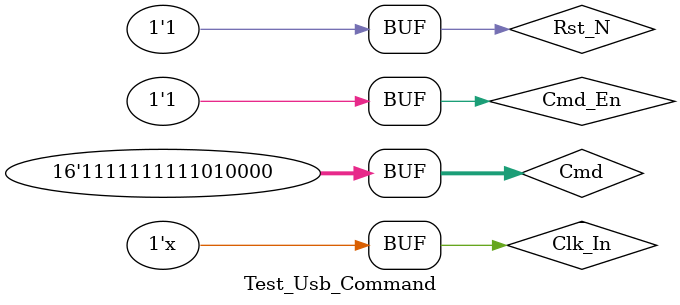
<source format=v>
`timescale 1ns / 1ps


module Test_Usb_Command();
	reg Clk_In;
	reg Rst_N;
	reg [16:1] Cmd;
	reg Cmd_En;


	initial
	begin
		Clk_In = 1'b0;
		Rst_N = 1'b0;
		Cmd_En = 1'b0;
		Cmd = 16'h0;
		#200
		Rst_N = 1'b1;
		Cmd_En = 1'b1;
		Cmd = 16'h55aa;
		#100
		Cmd = 16'hffc0;

		#100
		Cmd = 16'hffd0;
	end		

	always @ (*)
	begin
		#12.5
		Clk_In <= ~Clk_In;
	end		

	//Command(from USB Chip) interpreter
				usb_command_interpreter usb_command_interpreter_Inst(

					.clk(Clk_In),
					.reset_n(Rst_N),
					.in_from_usb_Ctr_rd_en(Cmd_En),
					.in_from_usb_ControlWord(Cmd),
					.Cnt_Trig(),
					.out_to_usb_Acq_Start_Stop(),
					.out_to_control_usb_data(),
					.LED(),
					.Out_DAC_Adj_Chn64(),
					.Out_Sel_Work_Mode(),
					.Out_Sel_High_Low_Leakage(),
					.Out_Valid_TA_for_Self_Mod(),
					.Out_Val_Evt(),//default 1 en discriminator
					.Out_Trig_Start_Stop(),
					.Out_Sel_OnlyExTrig(),
					.Out_Hold(),
					.Out_Control_Trig_Mode(),
					.Out_Delay_Trig_Temp(),
					.Out_Set_Trig_Inside_Time(),
					.Out_Set_Constant_Interval_Time(),
					.Out_Set_Ini_DAC_for_Auto_Scan(),
					.Out_Set_Hv_1(),//highest 4bit
					.Out_Set_Hv_2(),
					.Out_Set_Hv_3(),
					.Out_Set_Hv_4(),//lowest bit
					.Out_Sel_ADC_Test(),
					.Out_ADG_Switch(),
					.Out_Reset_ASIC_b(),
					.Out_Start_Acq(),
					.Out_Start_Conver_b(),
					.Out_Force_Trig(),
					.Out_Start_Readout1(),
					.Out_Start_Cfg_Hv(),
					.Out_Start_Stop_Hv(),
					.Out_Flag_Start_Stop_Hv(),
					.Out_Start_Readout2(),
					.Out_Start_Stop_ADG(),
					.Out_AnaProb_SS1_SS10_PA(),
					.Out_AnaProb_Thre_Fsb(),
					.Select_Main_Backup(),
					.Out_Set_Register(),
					.Out_Sel_Feedback_Capacitance(),
					.Out_Choose_Channel_Resister(),
					.Out_Set_Mask64(),
					.Out_Sel_Cali_TA(),
					.Out_Set_Cali_DAC(),
					.Out_Set_TA_Thr_DAC_12(),
					.Out_Set_TA_Thr_DAC_34(),
					.Out_TA_Mode(),
					.Out_Select_Ramp_ADC(),
					.Out_Disable_Channel(),
					.Out_Start_Config(),
					.Out_Select(),
					.Out_Select_TDC_On(),
					.Out_Status_Power_On_Control()

					);

endmodule

</source>
